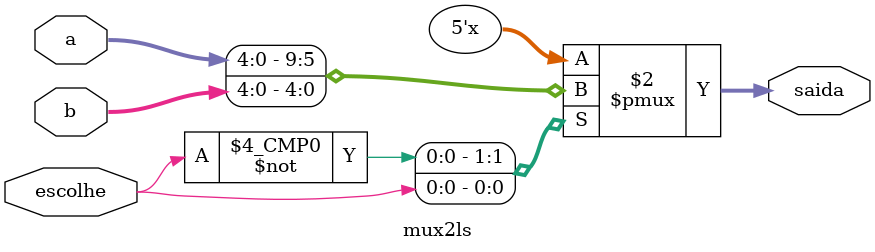
<source format=v>
module mux2ls(a, b, escolhe, saida);
	
	input[4:0] a, b;
	input escolhe;
	output reg[4:0] saida;

	always @(*) begin
		case(escolhe) 
			1'b0: begin
				saida = a;
			end
			1'b1: begin
				saida = b;
			end 
		endcase
	end
endmodule
</source>
